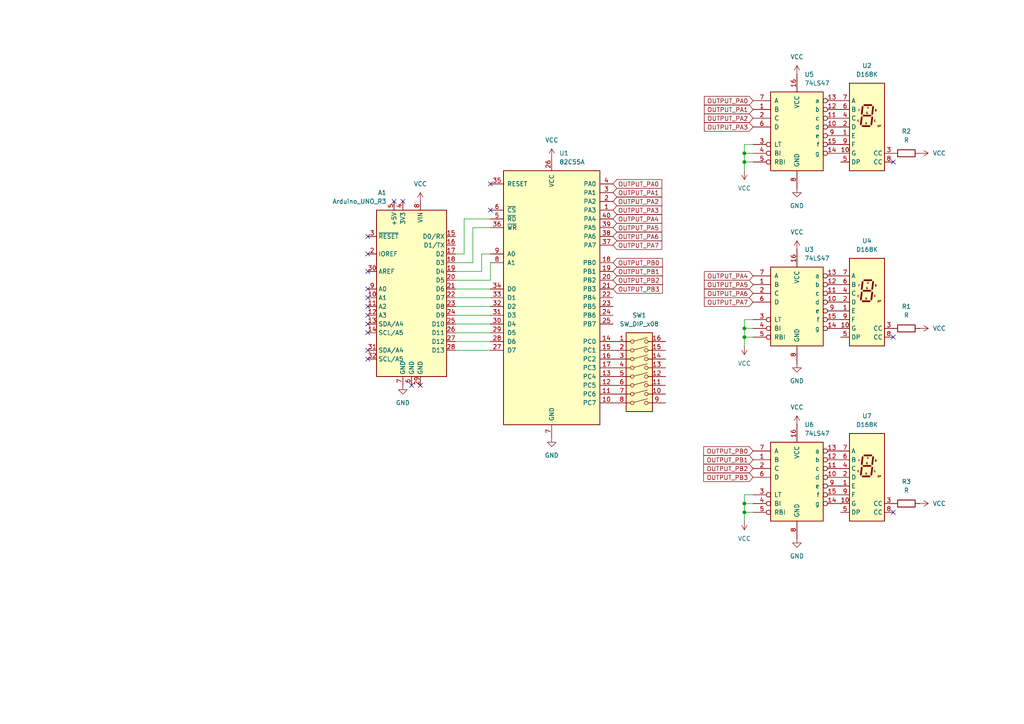
<source format=kicad_sch>
(kicad_sch (version 20231120) (generator "eeschema") (generator_version "8.0")
  (paper "A4")
  (lib_symbols
    (symbol "74xx:74LS47" (pin_names (offset 1.016))
      (property "Reference" "U" (at -7.62 11.43 0))
      (property "Value" "74LS47" (at -7.62 -13.97 0))
      (symbol "74LS47_1_0"
        (pin input line (at -12.7 5.08 0) (length 5.08) (name "B") (number "1"))
        (pin open_collector inverted (at 12.7 0 180) (length 5.08) (name "d") (number "10"))
        (pin open_collector inverted (at 12.7 2.54 180) (length 5.08) (name "c") (number "11"))
        (pin open_collector inverted (at 12.7 5.08 180) (length 5.08) (name "b") (number "12"))
        (pin open_collector inverted (at 12.7 7.62 180) (length 5.08) (name "a") (number "13"))
        (pin open_collector inverted (at 12.7 -7.62 180) (length 5.08) (name "g") (number "14"))
        (pin open_collector inverted (at 12.7 -5.08 180) (length 5.08) (name "f") (number "15"))
        (pin power_in line (at 0 15.24 270) (length 5.08) (name "VCC") (number "16"))
        (pin input line (at -12.7 2.54 0) (length 5.08) (name "C") (number "2"))
        (pin input inverted (at -12.7 -5.08 0) (length 5.08) (name "LT") (number "3"))
        (pin input inverted (at -12.7 -7.62 0) (length 5.08) (name "BI") (number "4"))
        (pin input inverted (at -12.7 -10.16 0) (length 5.08) (name "RBI") (number "5"))
        (pin input line (at -12.7 0 0) (length 5.08) (name "D") (number "6"))
        (pin input line (at -12.7 7.62 0) (length 5.08) (name "A") (number "7"))
        (pin power_in line (at 0 -17.78 90) (length 5.08) (name "GND") (number "8"))
        (pin open_collector inverted (at 12.7 -2.54 180) (length 5.08) (name "e") (number "9"))
      )
      (symbol "74LS47_1_1"
        (rectangle (start -7.62 10.16) (end 7.62 -12.7) (stroke (width 0.254)) (fill (type background)))
      )
    )
    (symbol "Device:R" (pin_numbers hide) (pin_names (offset 0))
      (property "Reference" "R" (at 2.032 0 90))
      (property "Value" "R" (at 0 0 90))
      (symbol "R_0_1"
        (rectangle (start -1.016 -2.54) (end 1.016 2.54) (stroke (width 0.254)))
      )
      (symbol "R_1_1"
        (pin passive line (at 0 3.81 270) (length 1.27) (name "~") (number "1"))
        (pin passive line (at 0 -3.81 90) (length 1.27) (name "~") (number "2"))
      )
    )
    (symbol "Display_Character:D168K"
      (property "Reference" "U" (at -2.54 13.97 0))
      (property "Value" "D168K" (at 1.27 13.97 0))
      (symbol "D168K_0_0"
        (text "A" (at 0.254 5.588 0) (effects (font (size 0.508 0.508))))
        (text "B" (at 2.54 4.826 0) (effects (font (size 0.508 0.508))))
        (text "C" (at 2.286 1.778 0) (effects (font (size 0.508 0.508))))
        (text "D" (at -0.254 1.016 0) (effects (font (size 0.508 0.508))))
        (text "DP" (at 3.556 0.254 0) (effects (font (size 0.508 0.508))))
        (text "E" (at -2.54 1.778 0) (effects (font (size 0.508 0.508))))
        (text "F" (at -2.286 4.826 0) (effects (font (size 0.508 0.508))))
        (text "G" (at 0 4.064 0) (effects (font (size 0.508 0.508))))
      )
      (symbol "D168K_0_1"
        (rectangle (start -5.08 12.7) (end 5.08 -12.7) (stroke (width 0.254)) (fill (type background)))
        (polyline (pts (xy -1.524 2.794) (xy -1.778 0.762)) (stroke (width 0.508)))
        (polyline (pts (xy -1.27 0.254) (xy 0.762 0.254)) (stroke (width 0.508)))
        (polyline (pts (xy -1.27 5.842) (xy -1.524 3.81)) (stroke (width 0.508)))
        (polyline (pts (xy -1.016 3.302) (xy 1.016 3.302)) (stroke (width 0.508)))
        (polyline (pts (xy -0.762 6.35) (xy 1.27 6.35)) (stroke (width 0.508)))
        (polyline (pts (xy 1.524 2.794) (xy 1.27 0.762)) (stroke (width 0.508)))
        (polyline (pts (xy 1.778 5.842) (xy 1.524 3.81)) (stroke (width 0.508)))
        (polyline (pts (xy 2.54 0.254) (xy 2.54 0.254)) (stroke (width 0.508)))
      )
      (symbol "D168K_1_1"
        (pin input line (at -7.62 -2.54 0) (length 2.54) (name "E") (number "1"))
        (pin input line (at -7.62 -7.62 0) (length 2.54) (name "G") (number "10"))
        (pin input line (at -7.62 0 0) (length 2.54) (name "D") (number "2"))
        (pin input line (at 7.62 -7.62 180) (length 2.54) (name "CC") (number "3"))
        (pin input line (at -7.62 2.54 0) (length 2.54) (name "C") (number "4"))
        (pin input line (at -7.62 -10.16 0) (length 2.54) (name "DP") (number "5"))
        (pin input line (at -7.62 5.08 0) (length 2.54) (name "B") (number "6"))
        (pin input line (at -7.62 7.62 0) (length 2.54) (name "A") (number "7"))
        (pin input line (at 7.62 -10.16 180) (length 2.54) (name "CC") (number "8"))
        (pin input line (at -7.62 -5.08 0) (length 2.54) (name "F") (number "9"))
      )
    )
    (symbol "Interface:82C55A" (pin_names (offset 1.016))
      (property "Reference" "U" (at -13.97 38.1 0))
      (property "Value" "82C55A" (at 8.89 38.1 0))
      (symbol "82C55A_1_1"
        (rectangle (start -13.97 -36.83) (end 13.97 36.83) (stroke (width 0.254)) (fill (type background)))
        (pin bidirectional line (at 17.78 25.4 180) (length 3.81) (name "PA3") (number "1"))
        (pin bidirectional line (at 17.78 -30.48 180) (length 3.81) (name "PC7") (number "10"))
        (pin bidirectional line (at 17.78 -27.94 180) (length 3.81) (name "PC6") (number "11"))
        (pin bidirectional line (at 17.78 -25.4 180) (length 3.81) (name "PC5") (number "12"))
        (pin bidirectional line (at 17.78 -22.86 180) (length 3.81) (name "PC4") (number "13"))
        (pin bidirectional line (at 17.78 -12.7 180) (length 3.81) (name "PC0") (number "14"))
        (pin bidirectional line (at 17.78 -15.24 180) (length 3.81) (name "PC1") (number "15"))
        (pin bidirectional line (at 17.78 -17.78 180) (length 3.81) (name "PC2") (number "16"))
        (pin bidirectional line (at 17.78 -20.32 180) (length 3.81) (name "PC3") (number "17"))
        (pin bidirectional line (at 17.78 10.16 180) (length 3.81) (name "PB0") (number "18"))
        (pin bidirectional line (at 17.78 7.62 180) (length 3.81) (name "PB1") (number "19"))
        (pin bidirectional line (at 17.78 27.94 180) (length 3.81) (name "PA2") (number "2"))
        (pin bidirectional line (at 17.78 5.08 180) (length 3.81) (name "PB2") (number "20"))
        (pin bidirectional line (at 17.78 2.54 180) (length 3.81) (name "PB3") (number "21"))
        (pin bidirectional line (at 17.78 0 180) (length 3.81) (name "PB4") (number "22"))
        (pin bidirectional line (at 17.78 -2.54 180) (length 3.81) (name "PB5") (number "23"))
        (pin bidirectional line (at 17.78 -5.08 180) (length 3.81) (name "PB6") (number "24"))
        (pin bidirectional line (at 17.78 -7.62 180) (length 3.81) (name "PB7") (number "25"))
        (pin power_in line (at 0 40.64 270) (length 3.81) (name "VCC") (number "26"))
        (pin bidirectional line (at -17.78 -15.24 0) (length 3.81) (name "D7") (number "27"))
        (pin bidirectional line (at -17.78 -12.7 0) (length 3.81) (name "D6") (number "28"))
        (pin bidirectional line (at -17.78 -10.16 0) (length 3.81) (name "D5") (number "29"))
        (pin bidirectional line (at 17.78 30.48 180) (length 3.81) (name "PA1") (number "3"))
        (pin bidirectional line (at -17.78 -7.62 0) (length 3.81) (name "D4") (number "30"))
        (pin bidirectional line (at -17.78 -5.08 0) (length 3.81) (name "D3") (number "31"))
        (pin bidirectional line (at -17.78 -2.54 0) (length 3.81) (name "D2") (number "32"))
        (pin bidirectional line (at -17.78 0 0) (length 3.81) (name "D1") (number "33"))
        (pin bidirectional line (at -17.78 2.54 0) (length 3.81) (name "D0") (number "34"))
        (pin input line (at -17.78 33.02 0) (length 3.81) (name "RESET") (number "35"))
        (pin input line (at -17.78 20.32 0) (length 3.81) (name "~{WR}") (number "36"))
        (pin bidirectional line (at 17.78 15.24 180) (length 3.81) (name "PA7") (number "37"))
        (pin bidirectional line (at 17.78 17.78 180) (length 3.81) (name "PA6") (number "38"))
        (pin bidirectional line (at 17.78 20.32 180) (length 3.81) (name "PA5") (number "39"))
        (pin bidirectional line (at 17.78 33.02 180) (length 3.81) (name "PA0") (number "4"))
        (pin bidirectional line (at 17.78 22.86 180) (length 3.81) (name "PA4") (number "40"))
        (pin input line (at -17.78 22.86 0) (length 3.81) (name "~{RD}") (number "5"))
        (pin input line (at -17.78 25.4 0) (length 3.81) (name "~{CS}") (number "6"))
        (pin power_in line (at 0 -40.64 90) (length 3.81) (name "GND") (number "7"))
        (pin input line (at -17.78 10.16 0) (length 3.81) (name "A1") (number "8"))
        (pin input line (at -17.78 12.7 0) (length 3.81) (name "A0") (number "9"))
      )
    )
    (symbol "MCU_Module:Arduino_UNO_R3"
      (property "Reference" "A" (at -10.16 23.495 0))
      (property "Value" "Arduino_UNO_R3" (at 5.08 -26.67 0))
      (symbol "Arduino_UNO_R3_0_1"
        (rectangle (start -10.16 22.86) (end 10.16 -25.4) (stroke (width 0.254)) (fill (type background)))
      )
      (symbol "Arduino_UNO_R3_1_1"
        (pin no_connect line (at -10.16 -20.32 0) (length 2.54) hide (name "NC") (number "1"))
        (pin bidirectional line (at 12.7 -2.54 180) (length 2.54) (name "A1") (number "10"))
        (pin bidirectional line (at 12.7 -5.08 180) (length 2.54) (name "A2") (number "11"))
        (pin bidirectional line (at 12.7 -7.62 180) (length 2.54) (name "A3") (number "12"))
        (pin bidirectional line (at 12.7 -10.16 180) (length 2.54) (name "SDA/A4") (number "13"))
        (pin bidirectional line (at 12.7 -12.7 180) (length 2.54) (name "SCL/A5") (number "14"))
        (pin bidirectional line (at -12.7 15.24 0) (length 2.54) (name "D0/RX") (number "15"))
        (pin bidirectional line (at -12.7 12.7 0) (length 2.54) (name "D1/TX") (number "16"))
        (pin bidirectional line (at -12.7 10.16 0) (length 2.54) (name "D2") (number "17"))
        (pin bidirectional line (at -12.7 7.62 0) (length 2.54) (name "D3") (number "18"))
        (pin bidirectional line (at -12.7 5.08 0) (length 2.54) (name "D4") (number "19"))
        (pin output line (at 12.7 10.16 180) (length 2.54) (name "IOREF") (number "2"))
        (pin bidirectional line (at -12.7 2.54 0) (length 2.54) (name "D5") (number "20"))
        (pin bidirectional line (at -12.7 0 0) (length 2.54) (name "D6") (number "21"))
        (pin bidirectional line (at -12.7 -2.54 0) (length 2.54) (name "D7") (number "22"))
        (pin bidirectional line (at -12.7 -5.08 0) (length 2.54) (name "D8") (number "23"))
        (pin bidirectional line (at -12.7 -7.62 0) (length 2.54) (name "D9") (number "24"))
        (pin bidirectional line (at -12.7 -10.16 0) (length 2.54) (name "D10") (number "25"))
        (pin bidirectional line (at -12.7 -12.7 0) (length 2.54) (name "D11") (number "26"))
        (pin bidirectional line (at -12.7 -15.24 0) (length 2.54) (name "D12") (number "27"))
        (pin bidirectional line (at -12.7 -17.78 0) (length 2.54) (name "D13") (number "28"))
        (pin power_in line (at -2.54 -27.94 90) (length 2.54) (name "GND") (number "29"))
        (pin input line (at 12.7 15.24 180) (length 2.54) (name "~{RESET}") (number "3"))
        (pin input line (at 12.7 5.08 180) (length 2.54) (name "AREF") (number "30"))
        (pin bidirectional line (at 12.7 -17.78 180) (length 2.54) (name "SDA/A4") (number "31"))
        (pin bidirectional line (at 12.7 -20.32 180) (length 2.54) (name "SCL/A5") (number "32"))
        (pin power_out line (at 2.54 25.4 270) (length 2.54) (name "3V3") (number "4"))
        (pin power_out line (at 5.08 25.4 270) (length 2.54) (name "+5V") (number "5"))
        (pin power_in line (at 0 -27.94 90) (length 2.54) (name "GND") (number "6"))
        (pin power_in line (at 2.54 -27.94 90) (length 2.54) (name "GND") (number "7"))
        (pin power_in line (at -2.54 25.4 270) (length 2.54) (name "VIN") (number "8"))
        (pin bidirectional line (at 12.7 0 180) (length 2.54) (name "A0") (number "9"))
      )
    )
    (symbol "Switch:SW_DIP_x08" (pin_names (offset 0) hide)
      (property "Reference" "SW" (at 0 13.97 0))
      (property "Value" "SW_DIP_x08" (at 0 -11.43 0))
      (symbol "SW_DIP_x08_0_0"
        (circle (center -2.032 -7.62) (radius 0.508))
        (circle (center -2.032 -5.08) (radius 0.508))
        (circle (center -2.032 -2.54) (radius 0.508))
        (circle (center -2.032 0) (radius 0.508))
        (circle (center -2.032 2.54) (radius 0.508))
        (circle (center -2.032 5.08) (radius 0.508))
        (circle (center -2.032 7.62) (radius 0.508))
        (circle (center -2.032 10.16) (radius 0.508))
        (polyline (pts (xy -1.524 -7.4676) (xy 2.3622 -6.4262)))
        (polyline (pts (xy -1.524 -4.9276) (xy 2.3622 -3.8862)))
        (polyline (pts (xy -1.524 -2.3876) (xy 2.3622 -1.3462)))
        (polyline (pts (xy -1.524 0.127) (xy 2.3622 1.1684)))
        (polyline (pts (xy -1.524 2.667) (xy 2.3622 3.7084)))
        (polyline (pts (xy -1.524 5.207) (xy 2.3622 6.2484)))
        (polyline (pts (xy -1.524 7.747) (xy 2.3622 8.7884)))
        (polyline (pts (xy -1.524 10.287) (xy 2.3622 11.3284)))
        (circle (center 2.032 -7.62) (radius 0.508))
        (circle (center 2.032 -5.08) (radius 0.508))
        (circle (center 2.032 -2.54) (radius 0.508))
        (circle (center 2.032 0) (radius 0.508))
        (circle (center 2.032 2.54) (radius 0.508))
        (circle (center 2.032 5.08) (radius 0.508))
        (circle (center 2.032 7.62) (radius 0.508))
        (circle (center 2.032 10.16) (radius 0.508))
      )
      (symbol "SW_DIP_x08_0_1"
        (rectangle (start -3.81 12.7) (end 3.81 -10.16) (stroke (width 0.254)) (fill (type background)))
      )
      (symbol "SW_DIP_x08_1_1"
        (pin passive line (at -7.62 10.16 0) (length 5.08) (name "~") (number "1"))
        (pin passive line (at 7.62 -5.08 180) (length 5.08) (name "~") (number "10"))
        (pin passive line (at 7.62 -2.54 180) (length 5.08) (name "~") (number "11"))
        (pin passive line (at 7.62 0 180) (length 5.08) (name "~") (number "12"))
        (pin passive line (at 7.62 2.54 180) (length 5.08) (name "~") (number "13"))
        (pin passive line (at 7.62 5.08 180) (length 5.08) (name "~") (number "14"))
        (pin passive line (at 7.62 7.62 180) (length 5.08) (name "~") (number "15"))
        (pin passive line (at 7.62 10.16 180) (length 5.08) (name "~") (number "16"))
        (pin passive line (at -7.62 7.62 0) (length 5.08) (name "~") (number "2"))
        (pin passive line (at -7.62 5.08 0) (length 5.08) (name "~") (number "3"))
        (pin passive line (at -7.62 2.54 0) (length 5.08) (name "~") (number "4"))
        (pin passive line (at -7.62 0 0) (length 5.08) (name "~") (number "5"))
        (pin passive line (at -7.62 -2.54 0) (length 5.08) (name "~") (number "6"))
        (pin passive line (at -7.62 -5.08 0) (length 5.08) (name "~") (number "7"))
        (pin passive line (at -7.62 -7.62 0) (length 5.08) (name "~") (number "8"))
        (pin passive line (at 7.62 -7.62 180) (length 5.08) (name "~") (number "9"))
      )
    )
    (symbol "power:GND" (power) (pin_numbers hide) (pin_names (offset 0) hide)
      (property "Value" "GND" (at 0 -3.81 0))
      (symbol "GND_0_1"
        (polyline (pts (xy 0 0) (xy 0 -1.27) (xy 1.27 -1.27) (xy 0 -2.54) (xy -1.27 -1.27) (xy 0 -1.27)))
      )
      (symbol "GND_1_1"
        (pin power_in line (at 0 0 270) (length 0) (name "~") (number "1"))
      )
    )
    (symbol "power:VCC" (power) (pin_numbers hide) (pin_names (offset 0) hide)
      (property "Value" "VCC" (at 0 3.556 0))
      (symbol "VCC_0_1"
        (polyline (pts (xy -0.762 1.27) (xy 0 2.54)))
        (polyline (pts (xy 0 0) (xy 0 2.54)))
        (polyline (pts (xy 0 2.54) (xy 0.762 1.27)))
      )
      (symbol "VCC_1_1"
        (pin power_in line (at 0 0 90) (length 0) (name "~") (number "1"))
      )
    )
  )
  (junction (at 215.9 148.59))
  (junction (at 215.9 44.45))
  (junction (at 215.9 95.25))
  (junction (at 215.9 97.79))
  (junction (at 215.9 146.05))
  (junction (at 215.9 46.99))
  (no_connect (at 142.24 53.34))
  (no_connect (at 106.68 93.98))
  (no_connect (at 259.08 97.79))
  (no_connect (at 106.68 68.58))
  (no_connect (at 106.68 91.44))
  (no_connect (at 116.84 58.42))
  (no_connect (at 106.68 101.6))
  (no_connect (at 106.68 73.66))
  (no_connect (at 259.08 46.99))
  (no_connect (at 142.24 60.96))
  (no_connect (at 106.68 78.74))
  (no_connect (at 119.38 111.76))
  (no_connect (at 106.68 104.14))
  (no_connect (at 114.3 58.42))
  (no_connect (at 259.08 148.59))
  (no_connect (at 106.68 96.52))
  (no_connect (at 121.92 111.76))
  (no_connect (at 106.68 86.36))
  (no_connect (at 106.68 83.82))
  (no_connect (at 106.68 88.9))
  (wire (pts (xy 132.08 76.2) (xy 137.16 76.2)))
  (wire (pts (xy 137.16 76.2) (xy 137.16 66.04)))
  (wire (pts (xy 132.08 86.36) (xy 142.24 86.36)))
  (wire (pts (xy 132.08 93.98) (xy 142.24 93.98)))
  (wire (pts (xy 132.08 96.52) (xy 142.24 96.52)))
  (wire (pts (xy 132.08 91.44) (xy 142.24 91.44)))
  (wire (pts (xy 215.9 148.59) (xy 215.9 146.05)))
  (wire (pts (xy 215.9 95.25) (xy 215.9 92.71)))
  (wire (pts (xy 215.9 143.51) (xy 218.44 143.51)))
  (wire (pts (xy 132.08 88.9) (xy 142.24 88.9)))
  (wire (pts (xy 139.7 78.74) (xy 139.7 73.66)))
  (wire (pts (xy 139.7 73.66) (xy 142.24 73.66)))
  (wire (pts (xy 142.24 81.28) (xy 142.24 76.2)))
  (wire (pts (xy 215.9 46.99) (xy 218.44 46.99)))
  (wire (pts (xy 215.9 151.13) (xy 215.9 148.59)))
  (wire (pts (xy 215.9 97.79) (xy 218.44 97.79)))
  (wire (pts (xy 215.9 49.53) (xy 215.9 46.99)))
  (wire (pts (xy 137.16 66.04) (xy 142.24 66.04)))
  (wire (pts (xy 215.9 44.45) (xy 218.44 44.45)))
  (wire (pts (xy 134.62 73.66) (xy 134.62 63.5)))
  (wire (pts (xy 215.9 95.25) (xy 218.44 95.25)))
  (wire (pts (xy 215.9 46.99) (xy 215.9 44.45)))
  (wire (pts (xy 215.9 97.79) (xy 215.9 95.25)))
  (wire (pts (xy 132.08 83.82) (xy 142.24 83.82)))
  (wire (pts (xy 215.9 92.71) (xy 218.44 92.71)))
  (wire (pts (xy 215.9 44.45) (xy 215.9 41.91)))
  (wire (pts (xy 132.08 78.74) (xy 139.7 78.74)))
  (wire (pts (xy 215.9 100.33) (xy 215.9 97.79)))
  (wire (pts (xy 215.9 146.05) (xy 215.9 143.51)))
  (wire (pts (xy 132.08 81.28) (xy 142.24 81.28)))
  (wire (pts (xy 132.08 101.6) (xy 142.24 101.6)))
  (wire (pts (xy 215.9 148.59) (xy 218.44 148.59)))
  (wire (pts (xy 132.08 73.66) (xy 134.62 73.66)))
  (wire (pts (xy 215.9 41.91) (xy 218.44 41.91)))
  (wire (pts (xy 215.9 146.05) (xy 218.44 146.05)))
  (wire (pts (xy 134.62 63.5) (xy 142.24 63.5)))
  (wire (pts (xy 132.08 99.06) (xy 142.24 99.06)))
  (global_label "OUTPUT_PA0" (shape input) (at 177.8 53.34 0) (property "Intersheetrefs" "${INTERSHEET_REFS}" (effects (hide yes))))
  (global_label "OUTPUT_PA6" (shape input) (at 177.8 68.58 0) (property "Intersheetrefs" "${INTERSHEET_REFS}" (effects (hide yes))))
  (global_label "OUTPUT_PA2" (shape input) (at 177.8 58.42 0) (property "Intersheetrefs" "${INTERSHEET_REFS}" (effects (hide yes))))
  (global_label "OUTPUT_PB0" (shape input) (at 218.44 130.81 180) (property "Intersheetrefs" "${INTERSHEET_REFS}" (effects (hide yes))))
  (global_label "OUTPUT_PB3" (shape input) (at 177.8 83.82 0) (property "Intersheetrefs" "${INTERSHEET_REFS}" (effects (hide yes))))
  (global_label "OUTPUT_PB2" (shape input) (at 218.44 135.89 180) (property "Intersheetrefs" "${INTERSHEET_REFS}" (effects (hide yes))))
  (global_label "OUTPUT_PB3" (shape input) (at 218.44 138.43 180) (property "Intersheetrefs" "${INTERSHEET_REFS}" (effects (hide yes))))
  (global_label "OUTPUT_PA7" (shape input) (at 218.44 87.63 180) (property "Intersheetrefs" "${INTERSHEET_REFS}" (effects (hide yes))))
  (global_label "OUTPUT_PB1" (shape input) (at 177.8 78.74 0) (property "Intersheetrefs" "${INTERSHEET_REFS}" (effects (hide yes))))
  (global_label "OUTPUT_PB1" (shape input) (at 218.44 133.35 180) (property "Intersheetrefs" "${INTERSHEET_REFS}" (effects (hide yes))))
  (global_label "OUTPUT_PA2" (shape input) (at 218.44 34.29 180) (property "Intersheetrefs" "${INTERSHEET_REFS}" (effects (hide yes))))
  (global_label "OUTPUT_PA1" (shape input) (at 177.8 55.88 0) (property "Intersheetrefs" "${INTERSHEET_REFS}" (effects (hide yes))))
  (global_label "OUTPUT_PB2" (shape input) (at 177.8 81.28 0) (property "Intersheetrefs" "${INTERSHEET_REFS}" (effects (hide yes))))
  (global_label "OUTPUT_PA5" (shape input) (at 177.8 66.04 0) (property "Intersheetrefs" "${INTERSHEET_REFS}" (effects (hide yes))))
  (global_label "OUTPUT_PA4" (shape input) (at 177.8 63.5 0) (property "Intersheetrefs" "${INTERSHEET_REFS}" (effects (hide yes))))
  (global_label "OUTPUT_PA6" (shape input) (at 218.44 85.09 180) (property "Intersheetrefs" "${INTERSHEET_REFS}" (effects (hide yes))))
  (global_label "OUTPUT_PA1" (shape input) (at 218.44 31.75 180) (property "Intersheetrefs" "${INTERSHEET_REFS}" (effects (hide yes))))
  (global_label "OUTPUT_PA0" (shape input) (at 218.44 29.21 180) (property "Intersheetrefs" "${INTERSHEET_REFS}" (effects (hide yes))))
  (global_label "OUTPUT_PA3" (shape input) (at 177.8 60.96 0) (property "Intersheetrefs" "${INTERSHEET_REFS}" (effects (hide yes))))
  (global_label "OUTPUT_PA7" (shape input) (at 177.8 71.12 0) (property "Intersheetrefs" "${INTERSHEET_REFS}" (effects (hide yes))))
  (global_label "OUTPUT_PA5" (shape input) (at 218.44 82.55 180) (property "Intersheetrefs" "${INTERSHEET_REFS}" (effects (hide yes))))
  (global_label "OUTPUT_PB0" (shape input) (at 177.8 76.2 0) (property "Intersheetrefs" "${INTERSHEET_REFS}" (effects (hide yes))))
  (global_label "OUTPUT_PA4" (shape input) (at 218.44 80.01 180) (property "Intersheetrefs" "${INTERSHEET_REFS}" (effects (hide yes))))
  (global_label "OUTPUT_PA3" (shape input) (at 218.44 36.83 180) (property "Intersheetrefs" "${INTERSHEET_REFS}" (effects (hide yes))))
  (symbol (lib_id "74xx:74LS47") (at 231.14 138.43 0) (unit 1)
    (property "Reference" "U6" (at 233.3341 123.19 0) (effects (justify left)))
    (property "Value" "74LS47" (at 233.3341 125.73 0) (effects (justify left)))
    (property "Datasheet" "http://www.ti.com/lit/gpn/sn74LS47" (effects (hide yes)))
    (property "Description" "BCD to 7-segment Driver, Open Collector, 30V outputs" (effects (hide yes)))
  )
  (symbol (lib_id "power:VCC") (at 266.7 146.05 270) (mirror x) (unit 1)
    (property "Reference" "#PWR016" (effects (hide yes)))
    (property "Value" "VCC" (at 270.51 146.0499 90) (effects (justify left)))
    (property "Description" "Power symbol creates a global label with name \"VCC\"" (effects (hide yes)))
  )
  (symbol (lib_id "power:GND") (at 160.02 127 0) (mirror y) (unit 1)
    (property "Reference" "#PWR04" (effects (hide yes)))
    (property "Value" "GND" (at 160.02 132.08 0))
    (property "Description" "Power symbol creates a global label with name \"GND\" , ground" (effects (hide yes)))
  )
  (symbol (lib_id "power:GND") (at 231.14 156.21 0) (mirror y) (unit 1)
    (property "Reference" "#PWR015" (effects (hide yes)))
    (property "Value" "GND" (at 231.14 161.29 0))
    (property "Description" "Power symbol creates a global label with name \"GND\" , ground" (effects (hide yes)))
  )
  (symbol (lib_id "74xx:74LS47") (at 231.14 36.83 0) (unit 1)
    (property "Reference" "U5" (at 233.3341 21.59 0) (effects (justify left)))
    (property "Value" "74LS47" (at 233.3341 24.13 0) (effects (justify left)))
    (property "Datasheet" "http://www.ti.com/lit/gpn/sn74LS47" (effects (hide yes)))
    (property "Description" "BCD to 7-segment Driver, Open Collector, 30V outputs" (effects (hide yes)))
  )
  (symbol (lib_id "power:VCC") (at 160.02 45.72 0) (unit 1)
    (property "Reference" "#PWR03" (effects (hide yes)))
    (property "Value" "VCC" (at 160.02 40.64 0))
    (property "Description" "Power symbol creates a global label with name \"VCC\"" (effects (hide yes)))
  )
  (symbol (lib_id "Display_Character:D168K") (at 251.46 87.63 0) (unit 1)
    (property "Reference" "U4" (at 251.46 69.85 0))
    (property "Value" "D168K" (at 251.46 72.39 0))
    (property "Footprint" "Display_7Segment:D1X8K" (effects (hide yes)))
    (property "Datasheet" "https://ia800903.us.archive.org/24/items/CTKD1x8K/Cromatek%20D168K.pdf" (effects (hide yes)))
    (property "Description" "One digit 7 segment ultra bright red LED, low current, common cathode" (effects (hide yes)))
  )
  (symbol (lib_id "power:VCC") (at 266.7 44.45 270) (mirror x) (unit 1)
    (property "Reference" "#PWR08" (effects (hide yes)))
    (property "Value" "VCC" (at 270.51 44.4499 90) (effects (justify left)))
    (property "Description" "Power symbol creates a global label with name \"VCC\"" (effects (hide yes)))
  )
  (symbol (lib_id "power:VCC") (at 231.14 72.39 0) (mirror y) (unit 1)
    (property "Reference" "#PWR010" (effects (hide yes)))
    (property "Value" "VCC" (at 231.14 67.31 0))
    (property "Description" "Power symbol creates a global label with name \"VCC\"" (effects (hide yes)))
  )
  (symbol (lib_id "Switch:SW_DIP_x08") (at 185.42 109.22 0) (unit 1)
    (property "Reference" "SW1" (at 185.42 91.44 0))
    (property "Value" "SW_DIP_x08" (at 185.42 93.98 0))
    (property "Description" "8x DIP Switch, Single Pole Single Throw (SPST) switch, small symbol" (effects (hide yes)))
  )
  (symbol (lib_id "Device:R") (at 262.89 44.45 270) (unit 1)
    (property "Reference" "R2" (at 262.89 38.1 90))
    (property "Value" "R" (at 262.89 40.64 90))
    (property "Description" "Resistor" (effects (hide yes)))
  )
  (symbol (lib_id "Display_Character:D168K") (at 251.46 138.43 0) (unit 1)
    (property "Reference" "U7" (at 251.46 120.65 0))
    (property "Value" "D168K" (at 251.46 123.19 0))
    (property "Footprint" "Display_7Segment:D1X8K" (effects (hide yes)))
    (property "Datasheet" "https://ia800903.us.archive.org/24/items/CTKD1x8K/Cromatek%20D168K.pdf" (effects (hide yes)))
    (property "Description" "One digit 7 segment ultra bright red LED, low current, common cathode" (effects (hide yes)))
  )
  (symbol (lib_id "power:VCC") (at 231.14 21.59 0) (mirror y) (unit 1)
    (property "Reference" "#PWR05" (effects (hide yes)))
    (property "Value" "VCC" (at 231.14 16.51 0))
    (property "Description" "Power symbol creates a global label with name \"VCC\"" (effects (hide yes)))
  )
  (symbol (lib_id "power:GND") (at 116.84 111.76 0) (unit 1)
    (property "Reference" "#PWR01" (effects (hide yes)))
    (property "Value" "GND" (at 116.84 116.84 0))
    (property "Description" "Power symbol creates a global label with name \"GND\" , ground" (effects (hide yes)))
  )
  (symbol (lib_id "power:VCC") (at 215.9 100.33 0) (mirror x) (unit 1)
    (property "Reference" "#PWR09" (effects (hide yes)))
    (property "Value" "VCC" (at 215.9 105.41 0))
    (property "Description" "Power symbol creates a global label with name \"VCC\"" (effects (hide yes)))
  )
  (symbol (lib_id "74xx:74LS47") (at 231.14 87.63 0) (unit 1)
    (property "Reference" "U3" (at 233.3341 72.39 0) (effects (justify left)))
    (property "Value" "74LS47" (at 233.3341 74.93 0) (effects (justify left)))
    (property "Datasheet" "http://www.ti.com/lit/gpn/sn74LS47" (effects (hide yes)))
    (property "Description" "BCD to 7-segment Driver, Open Collector, 30V outputs" (effects (hide yes)))
  )
  (symbol (lib_id "power:VCC") (at 266.7 95.25 270) (mirror x) (unit 1)
    (property "Reference" "#PWR012" (effects (hide yes)))
    (property "Value" "VCC" (at 270.51 95.2499 90) (effects (justify left)))
    (property "Description" "Power symbol creates a global label with name \"VCC\"" (effects (hide yes)))
  )
  (symbol (lib_id "Device:R") (at 262.89 95.25 270) (unit 1)
    (property "Reference" "R1" (at 262.89 88.9 90))
    (property "Value" "R" (at 262.89 91.44 90))
    (property "Description" "Resistor" (effects (hide yes)))
  )
  (symbol (lib_id "MCU_Module:Arduino_UNO_R3") (at 119.38 83.82 0) (mirror y) (unit 1)
    (property "Reference" "A1" (at 112.1059 55.88 0) (effects (justify left)))
    (property "Value" "Arduino_UNO_R3" (at 112.1059 58.42 0) (effects (justify left)))
    (property "Footprint" "Module:Arduino_UNO_R3" (effects (hide yes)))
    (property "Datasheet" "https://www.arduino.cc/en/Main/arduinoBoardUno" (effects (hide yes)))
    (property "Description" "Arduino UNO Microcontroller Module, release 3" (effects (hide yes)))
  )
  (symbol (lib_id "Device:R") (at 262.89 146.05 270) (unit 1)
    (property "Reference" "R3" (at 262.89 139.7 90))
    (property "Value" "R" (at 262.89 142.24 90))
    (property "Description" "Resistor" (effects (hide yes)))
  )
  (symbol (lib_id "power:VCC") (at 215.9 151.13 0) (mirror x) (unit 1)
    (property "Reference" "#PWR013" (effects (hide yes)))
    (property "Value" "VCC" (at 215.9 156.21 0))
    (property "Description" "Power symbol creates a global label with name \"VCC\"" (effects (hide yes)))
  )
  (symbol (lib_id "power:VCC") (at 231.14 123.19 0) (mirror y) (unit 1)
    (property "Reference" "#PWR014" (effects (hide yes)))
    (property "Value" "VCC" (at 231.14 118.11 0))
    (property "Description" "Power symbol creates a global label with name \"VCC\"" (effects (hide yes)))
  )
  (symbol (lib_id "power:GND") (at 231.14 54.61 0) (mirror y) (unit 1)
    (property "Reference" "#PWR06" (effects (hide yes)))
    (property "Value" "GND" (at 231.14 59.69 0))
    (property "Description" "Power symbol creates a global label with name \"GND\" , ground" (effects (hide yes)))
  )
  (symbol (lib_id "power:VCC") (at 215.9 49.53 0) (mirror x) (unit 1)
    (property "Reference" "#PWR07" (effects (hide yes)))
    (property "Value" "VCC" (at 215.9 54.61 0))
    (property "Description" "Power symbol creates a global label with name \"VCC\"" (effects (hide yes)))
  )
  (symbol (lib_id "power:GND") (at 231.14 105.41 0) (mirror y) (unit 1)
    (property "Reference" "#PWR011" (effects (hide yes)))
    (property "Value" "GND" (at 231.14 110.49 0))
    (property "Description" "Power symbol creates a global label with name \"GND\" , ground" (effects (hide yes)))
  )
  (symbol (lib_id "power:VCC") (at 121.92 58.42 0) (mirror y) (unit 1)
    (property "Reference" "#PWR02" (effects (hide yes)))
    (property "Value" "VCC" (at 121.92 53.34 0))
    (property "Description" "Power symbol creates a global label with name \"VCC\"" (effects (hide yes)))
  )
  (symbol (lib_id "Display_Character:D168K") (at 251.46 36.83 0) (unit 1)
    (property "Reference" "U2" (at 251.46 19.05 0))
    (property "Value" "D168K" (at 251.46 21.59 0))
    (property "Footprint" "Display_7Segment:D1X8K" (effects (hide yes)))
    (property "Datasheet" "https://ia800903.us.archive.org/24/items/CTKD1x8K/Cromatek%20D168K.pdf" (effects (hide yes)))
    (property "Description" "One digit 7 segment ultra bright red LED, low current, common cathode" (effects (hide yes)))
  )
  (symbol (lib_id "Interface:82C55A") (at 160.02 86.36 0) (unit 1)
    (property "Reference" "U1" (at 162.2141 44.45 0) (effects (justify left)))
    (property "Value" "82C55A" (at 162.2141 46.99 0) (effects (justify left)))
    (property "Footprint" "Package_DIP:DIP-40_W15.24mm" (effects (hide yes)))
    (property "Datasheet" "http://jap.hu/electronic/8255.pdf" (effects (hide yes)))
    (property "Description" "CHMOS Programmable Peripheral Interface, PDIP-40" (effects (hide yes)))
  )
)
</source>
